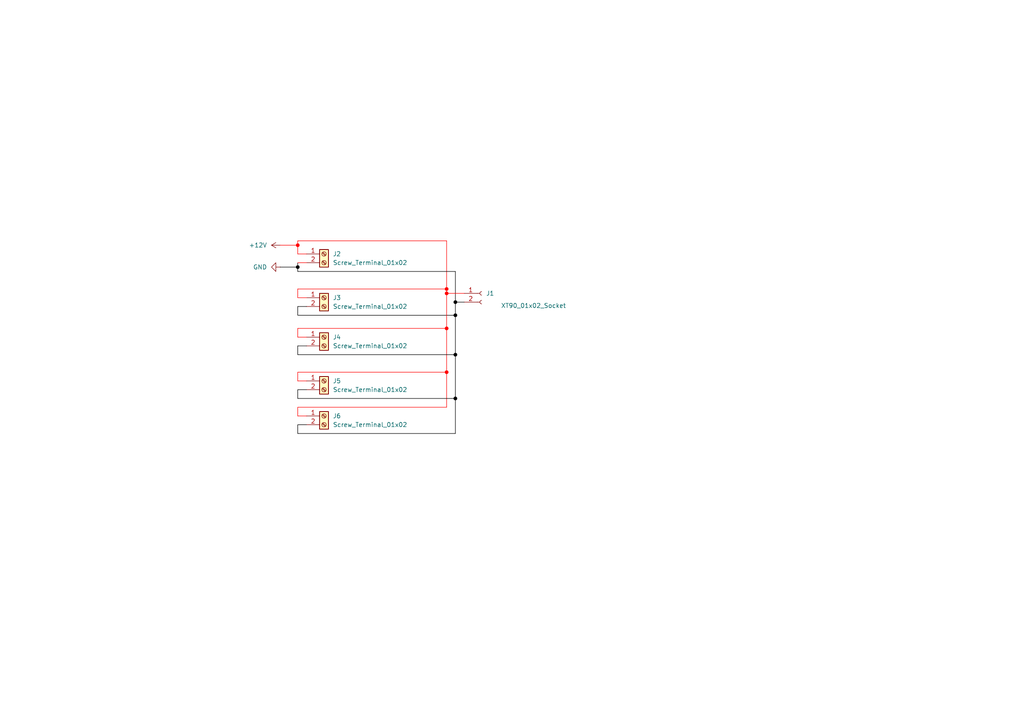
<source format=kicad_sch>
(kicad_sch (version 20250114) (generator "eeschema") (generator_version "9.0")
  (paper "A4")
  (lib_symbols
    (symbol "Connector:Conn_01x02_Socket" (pin_names (offset 1.016) (hide yes))
      (property "Reference" "J" (at 0 2.54 0))
      (property "Value" "Conn_01x02_Socket" (at 0 -5.08 0))
      (symbol "Conn_01x02_Socket_1_1"
        (polyline (pts (xy -1.27 0) (xy -0.508 0)) (stroke (width 0.1524)))
        (polyline (pts (xy -1.27 -2.54) (xy -0.508 -2.54)) (stroke (width 0.1524)))
        (arc (start 0 -0.508) (mid -0.5058 0) (end 0 0.508) (stroke (width 0.1524)))
        (arc (start 0 -3.048) (mid -0.5058 -2.54) (end 0 -2.032) (stroke (width 0.1524)))
        (pin passive line (at -5.08 0 0) (length 3.81) (name "Pin_1") (number "1"))
        (pin passive line (at -5.08 -2.54 0) (length 3.81) (name "Pin_2") (number "2"))
      )
    )
    (symbol "Connector:Screw_Terminal_01x02" (pin_names (offset 1.016) (hide yes))
      (property "Reference" "J" (at 0 2.54 0))
      (property "Value" "Screw_Terminal_01x02" (at 0 -5.08 0))
      (symbol "Screw_Terminal_01x02_1_1"
        (rectangle (start -1.27 1.27) (end 1.27 -3.81) (stroke (width 0.254)) (fill (type background)))
        (polyline (pts (xy -0.5334 0.3302) (xy 0.3302 -0.508)) (stroke (width 0.1524)))
        (polyline (pts (xy -0.5334 -2.2098) (xy 0.3302 -3.048)) (stroke (width 0.1524)))
        (polyline (pts (xy -0.3556 0.508) (xy 0.508 -0.3302)) (stroke (width 0.1524)))
        (polyline (pts (xy -0.3556 -2.032) (xy 0.508 -2.8702)) (stroke (width 0.1524)))
        (circle (center 0 0) (radius 0.635) (stroke (width 0.1524)))
        (circle (center 0 -2.54) (radius 0.635) (stroke (width 0.1524)))
        (pin passive line (at -5.08 0 0) (length 3.81) (name "Pin_1") (number "1"))
        (pin passive line (at -5.08 -2.54 0) (length 3.81) (name "Pin_2") (number "2"))
      )
    )
    (symbol "power:+12V" (power) (pin_numbers (hide yes)) (pin_names (offset 0) (hide yes))
      (property "Value" "+12V" (at 0 3.556 0))
      (symbol "+12V_0_1"
        (polyline (pts (xy -0.762 1.27) (xy 0 2.54)))
        (polyline (pts (xy 0 2.54) (xy 0.762 1.27)))
        (polyline (pts (xy 0 0) (xy 0 2.54)))
      )
      (symbol "+12V_1_1"
        (pin power_in line (at 0 0 90) (length 0) (name "~") (number "1"))
      )
    )
    (symbol "power:GND" (power) (pin_numbers (hide yes)) (pin_names (offset 0) (hide yes))
      (property "Value" "GND" (at 0 -3.81 0))
      (symbol "GND_0_1"
        (polyline (pts (xy 0 0) (xy 0 -1.27) (xy 1.27 -1.27) (xy 0 -2.54) (xy -1.27 -1.27) (xy 0 -1.27)))
      )
      (symbol "GND_1_1"
        (pin power_in line (at 0 0 270) (length 0) (name "~") (number "1"))
      )
    )
  )
  (junction (at 86.36 71.12) (color 255 0 0 1))
  (junction (at 129.54 95.25) (color 255 0 0 1))
  (junction (at 132.08 115.57) (color 0 0 0 1))
  (junction (at 132.08 91.44) (color 0 0 0 1))
  (junction (at 132.08 102.87) (color 0 0 0 1))
  (junction (at 132.08 87.63) (color 0 0 0 1))
  (junction (at 86.36 77.47) (color 0 0 0 1))
  (junction (at 129.54 83.82) (color 255 0 0 1))
  (junction (at 129.54 107.95) (color 255 0 0 1))
  (junction (at 129.54 85.09) (color 255 0 0 1))
  (wire (pts (xy 88.9 88.9) (xy 86.36 88.9)) (stroke (width 0) (color 0 0 0 1)))
  (wire (pts (xy 88.9 100.33) (xy 86.36 100.33)) (stroke (width 0) (color 0 0 0 1)))
  (wire (pts (xy 86.36 88.9) (xy 86.36 91.44)) (stroke (width 0) (color 0 0 0 1)))
  (wire (pts (xy 86.36 110.49) (xy 86.36 107.95)) (stroke (width 0) (color 255 0 0 1)))
  (wire (pts (xy 86.36 115.57) (xy 132.08 115.57)) (stroke (width 0) (color 0 0 0 1)))
  (wire (pts (xy 129.54 85.09) (xy 129.54 95.25)) (stroke (width 0) (color 255 0 0 1)))
  (wire (pts (xy 86.36 125.73) (xy 132.08 125.73)) (stroke (width 0) (color 0 0 0 1)))
  (wire (pts (xy 129.54 118.11) (xy 129.54 107.95)) (stroke (width 0) (color 255 0 0 1)))
  (wire (pts (xy 129.54 69.85) (xy 129.54 83.82)) (stroke (width 0) (color 255 0 0 1)))
  (wire (pts (xy 86.36 102.87) (xy 132.08 102.87)) (stroke (width 0) (color 0 0 0 1)))
  (wire (pts (xy 129.54 85.09) (xy 134.62 85.09)) (stroke (width 0) (color 255 0 0 1)))
  (wire (pts (xy 81.28 77.47) (xy 86.36 77.47)) (stroke (width 0) (color 0 0 0 1)))
  (wire (pts (xy 86.36 86.36) (xy 86.36 83.82)) (stroke (width 0) (color 255 0 0 1)))
  (wire (pts (xy 86.36 113.03) (xy 86.36 115.57)) (stroke (width 0) (color 0 0 0 1)))
  (wire (pts (xy 86.36 118.11) (xy 129.54 118.11)) (stroke (width 0) (color 255 0 0 1)))
  (wire (pts (xy 132.08 102.87) (xy 132.08 91.44)) (stroke (width 0) (color 0 0 0 1)))
  (wire (pts (xy 88.9 113.03) (xy 86.36 113.03)) (stroke (width 0) (color 0 0 0 1)))
  (wire (pts (xy 132.08 87.63) (xy 134.62 87.63)) (stroke (width 0) (color 0 0 0 1)))
  (wire (pts (xy 86.36 123.19) (xy 86.36 125.73)) (stroke (width 0) (color 0 0 0 1)))
  (wire (pts (xy 86.36 77.47) (xy 86.36 78.74)) (stroke (width 0) (color 0 0 0 1)))
  (wire (pts (xy 86.36 76.2) (xy 86.36 77.47)) (stroke (width 0) (color 0 0 0 1)))
  (wire (pts (xy 129.54 83.82) (xy 129.54 85.09)) (stroke (width 0) (color 255 0 0 1)))
  (wire (pts (xy 86.36 120.65) (xy 86.36 118.11)) (stroke (width 0) (color 255 0 0 1)))
  (wire (pts (xy 88.9 97.79) (xy 86.36 97.79)) (stroke (width 0) (color 255 0 0 1)))
  (wire (pts (xy 88.9 123.19) (xy 86.36 123.19)) (stroke (width 0) (color 0 0 0 1)))
  (wire (pts (xy 81.28 71.12) (xy 86.36 71.12)) (stroke (width 0) (color 255 0 0 1)))
  (wire (pts (xy 86.36 78.74) (xy 132.08 78.74)) (stroke (width 0) (color 0 0 0 1)))
  (wire (pts (xy 132.08 102.87) (xy 132.08 115.57)) (stroke (width 0) (color 0 0 0 1)))
  (wire (pts (xy 132.08 91.44) (xy 132.08 87.63)) (stroke (width 0) (color 0 0 0 1)))
  (wire (pts (xy 88.9 86.36) (xy 86.36 86.36)) (stroke (width 0) (color 255 0 0 1)))
  (wire (pts (xy 88.9 120.65) (xy 86.36 120.65)) (stroke (width 0) (color 255 0 0 1)))
  (wire (pts (xy 86.36 71.12) (xy 86.36 69.85)) (stroke (width 0) (color 255 0 0 1)))
  (wire (pts (xy 86.36 91.44) (xy 132.08 91.44)) (stroke (width 0) (color 0 0 0 1)))
  (wire (pts (xy 88.9 73.66) (xy 86.36 73.66)) (stroke (width 0) (color 255 0 0 1)))
  (wire (pts (xy 86.36 95.25) (xy 129.54 95.25)) (stroke (width 0) (color 255 0 0 1)))
  (wire (pts (xy 86.36 107.95) (xy 129.54 107.95)) (stroke (width 0) (color 255 0 0 1)))
  (wire (pts (xy 132.08 115.57) (xy 132.08 125.73)) (stroke (width 0) (color 0 0 0 1)))
  (wire (pts (xy 129.54 107.95) (xy 129.54 95.25)) (stroke (width 0) (color 255 0 0 1)))
  (wire (pts (xy 132.08 78.74) (xy 132.08 87.63)) (stroke (width 0) (color 0 0 0 1)))
  (wire (pts (xy 86.36 83.82) (xy 129.54 83.82)) (stroke (width 0) (color 255 0 0 1)))
  (wire (pts (xy 86.36 69.85) (xy 129.54 69.85)) (stroke (width 0) (color 255 0 0 1)))
  (wire (pts (xy 86.36 73.66) (xy 86.36 71.12)) (stroke (width 0) (color 255 0 0 1)))
  (wire (pts (xy 88.9 76.2) (xy 86.36 76.2)) (stroke (width 0) (color 255 0 0 1)))
  (wire (pts (xy 88.9 110.49) (xy 86.36 110.49)) (stroke (width 0) (color 255 0 0 1)))
  (wire (pts (xy 86.36 97.79) (xy 86.36 95.25)) (stroke (width 0) (color 255 0 0 1)))
  (wire (pts (xy 86.36 100.33) (xy 86.36 102.87)) (stroke (width 0) (color 0 0 0 1)))
  (symbol (lib_id "Connector:Screw_Terminal_01x02") (at 93.98 97.79 0) (unit 1)
    (property "Reference" "J4" (at 96.52 97.7899 0) (effects (justify left)))
    (property "Value" "Screw_Terminal_01x02" (at 96.52 100.3299 0) (effects (justify left)))
    (property "Footprint" "TerminalBlock_CUI:TerminalBlock_CUI_TB007-508-02_1x02_P5.08mm_Horizontal" (effects (hide yes)))
    (property "Description" "Generic screw terminal, single row, 01x02, script generated (kicad-library-utils/schlib/autogen/connector/)" (effects (hide yes)))
  )
  (symbol (lib_id "Connector:Screw_Terminal_01x02") (at 93.98 73.66 0) (unit 1)
    (property "Reference" "J2" (at 96.52 73.6599 0) (effects (justify left)))
    (property "Value" "Screw_Terminal_01x02" (at 96.52 76.1999 0) (effects (justify left)))
    (property "Footprint" "TerminalBlock_CUI:TerminalBlock_CUI_TB007-508-02_1x02_P5.08mm_Horizontal" (effects (hide yes)))
    (property "Description" "Generic screw terminal, single row, 01x02, script generated (kicad-library-utils/schlib/autogen/connector/)" (effects (hide yes)))
  )
  (symbol (lib_id "Connector:Conn_01x02_Socket") (at 139.7 85.09 0) (unit 1)
    (property "Reference" "J1" (at 140.97 85.0899 0) (effects (justify left)))
    (property "Value" "XT90_01x02_Socket" (at 145.288 88.646 0) (effects (justify left)))
    (property "Footprint" "Connector_AMASS:AMASS_XT90PW-M_1x02_P10.90mm_Horizontal" (effects (hide yes)))
    (property "Description" "Generic connector, single row, 01x02, script generated" (effects (hide yes)))
  )
  (symbol (lib_id "Connector:Screw_Terminal_01x02") (at 93.98 120.65 0) (unit 1)
    (property "Reference" "J6" (at 96.52 120.6499 0) (effects (justify left)))
    (property "Value" "Screw_Terminal_01x02" (at 96.52 123.1899 0) (effects (justify left)))
    (property "Footprint" "TerminalBlock_CUI:TerminalBlock_CUI_TB007-508-02_1x02_P5.08mm_Horizontal" (effects (hide yes)))
    (property "Description" "Generic screw terminal, single row, 01x02, script generated (kicad-library-utils/schlib/autogen/connector/)" (effects (hide yes)))
  )
  (symbol (lib_id "Connector:Screw_Terminal_01x02") (at 93.98 110.49 0) (unit 1)
    (property "Reference" "J5" (at 96.52 110.4899 0) (effects (justify left)))
    (property "Value" "Screw_Terminal_01x02" (at 96.52 113.0299 0) (effects (justify left)))
    (property "Footprint" "TerminalBlock_CUI:TerminalBlock_CUI_TB007-508-02_1x02_P5.08mm_Horizontal" (effects (hide yes)))
    (property "Description" "Generic screw terminal, single row, 01x02, script generated (kicad-library-utils/schlib/autogen/connector/)" (effects (hide yes)))
  )
  (symbol (lib_id "Connector:Screw_Terminal_01x02") (at 93.98 86.36 0) (unit 1)
    (property "Reference" "J3" (at 96.52 86.3599 0) (effects (justify left)))
    (property "Value" "Screw_Terminal_01x02" (at 96.52 88.8999 0) (effects (justify left)))
    (property "Footprint" "TerminalBlock_CUI:TerminalBlock_CUI_TB007-508-02_1x02_P5.08mm_Horizontal" (effects (hide yes)))
    (property "Description" "Generic screw terminal, single row, 01x02, script generated (kicad-library-utils/schlib/autogen/connector/)" (effects (hide yes)))
  )
  (symbol (lib_id "power:GND") (at 81.28 77.47 270) (unit 1)
    (property "Reference" "#PWR01" (effects (hide yes)))
    (property "Value" "GND" (at 77.47 77.4699 90) (effects (justify right)))
    (property "Description" "Power symbol creates a global label with name \"GND\" , ground" (effects (hide yes)))
  )
  (symbol (lib_id "power:+12V") (at 81.28 71.12 90) (unit 1)
    (property "Reference" "#PWR02" (effects (hide yes)))
    (property "Value" "+12V" (at 77.47 71.1199 90) (effects (justify left)))
    (property "Description" "Power symbol creates a global label with name \"+12V\"" (effects (hide yes)))
  )
)
</source>
